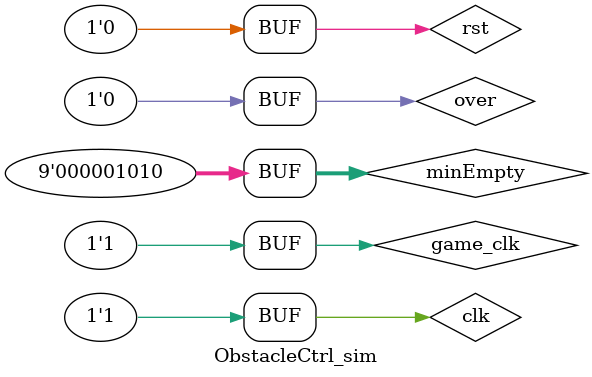
<source format=v>
`timescale 1ns / 1ps


module ObstacleCtrl_sim;

	// Inputs
	reg clk;
	reg game_clk;
	reg rst;
	reg over;
	reg [8:0] minEmpty;

	// Outputs
	wire [14:0] obstacle1;
	wire [14:0] obstacle2;
	wire [14:0] obstacle3;
	wire [15:0] score;

	// Instantiate the Unit Under Test (UUT)
	ObstacleCtrl uut (
		.clk(clk), 
		.game_clk(game_clk), 
		.rst(rst), 
		.over(over), 
		.minEmpty(minEmpty), 
		.obstacle1(obstacle1), 
		.obstacle2(obstacle2), 
		.obstacle3(obstacle3), 
		.score(score)
	);

	initial begin
		// Initialize Inputs
		rst = 1;#30;
		rst = 0;
		over = 0;
		minEmpty = 10;
	end
	
	always begin
		clk = 0;
		game_clk = 0;#10;
		clk = 1;
		game_clk = 1;#10;
	end
      
endmodule


</source>
